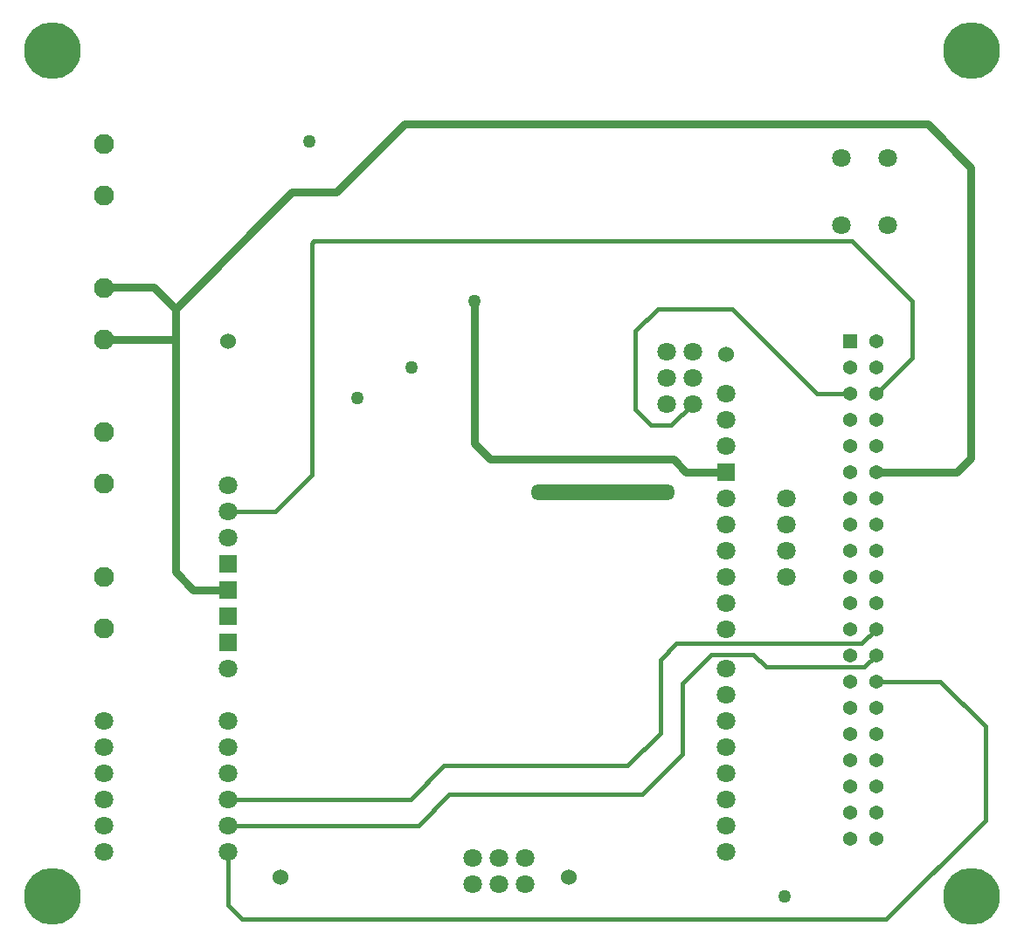
<source format=gbr>
%TF.GenerationSoftware,Altium Limited,Altium Designer,21.8.1 (53)*%
G04 Layer_Physical_Order=2*
G04 Layer_Color=36540*
%FSLAX43Y43*%
%MOMM*%
%TF.SameCoordinates,E96829AD-C41B-4C4D-B55E-E99DFAFB1E42*%
%TF.FilePolarity,Positive*%
%TF.FileFunction,Copper,L2,Inr,Signal*%
%TF.Part,Single*%
G01*
G75*
%TA.AperFunction,Conductor*%
%ADD12C,0.400*%
%ADD13C,0.800*%
%TA.AperFunction,ComponentPad*%
%ADD14C,1.524*%
%ADD15C,1.800*%
%ADD16O,14.000X1.524*%
%ADD17R,1.800X1.800*%
%ADD18R,1.370X1.370*%
%ADD19C,1.370*%
%TA.AperFunction,ViaPad*%
%ADD20C,5.500*%
%TA.AperFunction,ComponentPad*%
%ADD21C,1.950*%
%TA.AperFunction,ViaPad*%
%ADD22C,1.270*%
D12*
X29317Y67564D02*
X81407D01*
X29083Y67330D02*
X29317Y67564D01*
X29083Y44831D02*
Y67330D01*
X25567Y41315D02*
X29083Y44831D01*
X21000Y41315D02*
X25567D01*
X87249Y56204D02*
Y61722D01*
X83790Y52745D02*
X87249Y56204D01*
X81407Y67564D02*
X87249Y61722D01*
X60452Y51181D02*
X61976Y49657D01*
X60452Y58801D02*
X62611Y60960D01*
X60452Y51181D02*
Y58801D01*
X78065Y52745D02*
X81250D01*
X62611Y60960D02*
X69850D01*
X78065Y52745D01*
X63942Y49657D02*
X66000Y51715D01*
X61976Y49657D02*
X63942D01*
X15831Y57995D02*
X15875Y58039D01*
X9000Y62995D02*
X9066Y63061D01*
X64425Y28484D02*
X82389D01*
X62865Y26924D02*
X64425Y28484D01*
X82389D02*
X83790Y29885D01*
X67815Y27429D02*
X71885D01*
X65024Y24638D02*
X67815Y27429D01*
X71885D02*
X73108Y26206D01*
X59690Y16637D02*
X62865Y19812D01*
Y26924D01*
X41910Y16637D02*
X59690D01*
X38648Y13375D02*
X41910Y16637D01*
X21000Y13375D02*
X38648D01*
X65024Y17780D02*
Y24638D01*
X73108Y26206D02*
X82651D01*
X83790Y27345D01*
X61116Y13872D02*
X65024Y17780D01*
X42447Y13872D02*
X61116D01*
X39410Y10835D02*
X42447Y13872D01*
X21000Y10835D02*
X39410D01*
X84759Y1778D02*
X94361Y11380D01*
X90003Y24805D02*
X94361Y20447D01*
Y11380D02*
Y20447D01*
X21000Y3130D02*
X22352Y1778D01*
X84759D01*
X83790Y24805D02*
X90003D01*
X21000Y3130D02*
Y8295D01*
D13*
X83790Y45125D02*
X91607D01*
X92964Y46482D02*
Y74676D01*
X91607Y45125D02*
X92964Y46482D01*
X88773Y78867D02*
X92964Y74676D01*
X31496Y72263D02*
X38100Y78867D01*
X88773D01*
X27178Y72263D02*
X31496D01*
X15875Y60960D02*
X27178Y72263D01*
X44831Y47879D02*
Y61722D01*
Y47879D02*
X46355Y46355D01*
X64135D01*
X65365Y45125D02*
X69250D01*
X64135Y46355D02*
X65365Y45125D01*
X13774Y63061D02*
X15875Y60960D01*
X9066Y63061D02*
X13774D01*
X15875Y58039D02*
Y60960D01*
Y35433D02*
Y58039D01*
X9000Y57995D02*
X15831D01*
X15875Y35433D02*
X17613Y33695D01*
X21000D01*
D14*
X54020Y5795D02*
D03*
X26080D02*
D03*
X69260Y56555D02*
D03*
X21000Y57825D02*
D03*
D15*
X44710Y5195D02*
D03*
Y7735D02*
D03*
X47250D02*
D03*
X49790D02*
D03*
Y5195D02*
D03*
X69250Y8295D02*
D03*
Y10835D02*
D03*
Y13375D02*
D03*
Y15915D02*
D03*
Y18455D02*
D03*
Y20995D02*
D03*
Y23535D02*
D03*
Y26075D02*
D03*
X63460Y56795D02*
D03*
X66000D02*
D03*
X63460Y54255D02*
D03*
X66000D02*
D03*
Y51715D02*
D03*
X63460D02*
D03*
X21000Y8295D02*
D03*
Y43855D02*
D03*
Y41315D02*
D03*
Y38775D02*
D03*
Y26075D02*
D03*
Y20995D02*
D03*
Y18455D02*
D03*
Y15915D02*
D03*
Y13375D02*
D03*
Y10835D02*
D03*
X69250Y52745D02*
D03*
Y50205D02*
D03*
Y47665D02*
D03*
Y42585D02*
D03*
Y40045D02*
D03*
Y37505D02*
D03*
Y34965D02*
D03*
Y32425D02*
D03*
Y29885D02*
D03*
X47250Y5195D02*
D03*
X80435Y69088D02*
D03*
Y75588D02*
D03*
X84935Y69088D02*
D03*
Y75588D02*
D03*
X9000Y20995D02*
D03*
Y18455D02*
D03*
Y15915D02*
D03*
Y13375D02*
D03*
Y10835D02*
D03*
Y8295D02*
D03*
X75050Y34965D02*
D03*
Y37505D02*
D03*
Y40045D02*
D03*
Y42585D02*
D03*
D16*
X57290Y43195D02*
D03*
D17*
X21000Y36235D02*
D03*
Y31155D02*
D03*
Y28615D02*
D03*
Y33695D02*
D03*
X69250Y45125D02*
D03*
D18*
X81250Y57825D02*
D03*
D19*
X83790D02*
D03*
X81250Y55285D02*
D03*
X83790D02*
D03*
X81250Y52745D02*
D03*
X83790D02*
D03*
X81250Y50205D02*
D03*
X83790D02*
D03*
X81250Y47665D02*
D03*
X83790D02*
D03*
X81250Y45125D02*
D03*
X83790D02*
D03*
X81250Y42585D02*
D03*
X83790D02*
D03*
X81250Y40045D02*
D03*
X83790D02*
D03*
X81250Y37505D02*
D03*
X83790D02*
D03*
X81250Y34965D02*
D03*
X83790D02*
D03*
X81250Y32425D02*
D03*
X83790D02*
D03*
X81250Y29885D02*
D03*
X83790D02*
D03*
X81250Y27345D02*
D03*
X83790D02*
D03*
X81250Y24805D02*
D03*
X83790D02*
D03*
X81250Y22265D02*
D03*
X83790D02*
D03*
X81250Y19725D02*
D03*
X83790D02*
D03*
X81250Y17185D02*
D03*
X83790D02*
D03*
X81250Y14645D02*
D03*
X83790D02*
D03*
X81250Y12105D02*
D03*
X83790D02*
D03*
X81250Y9565D02*
D03*
X83790D02*
D03*
D20*
X4000Y86000D02*
D03*
X93000D02*
D03*
Y4000D02*
D03*
X4000D02*
D03*
D21*
X9000Y57995D02*
D03*
Y62995D02*
D03*
Y71995D02*
D03*
Y76995D02*
D03*
Y43995D02*
D03*
Y48995D02*
D03*
Y29995D02*
D03*
Y34995D02*
D03*
D22*
X28829Y77216D02*
D03*
X44831Y61722D02*
D03*
X38735Y55245D02*
D03*
X33528Y52324D02*
D03*
X74930Y4010D02*
D03*
%TF.MD5,06597edb99404afb1939762ef2e63da4*%
M02*

</source>
